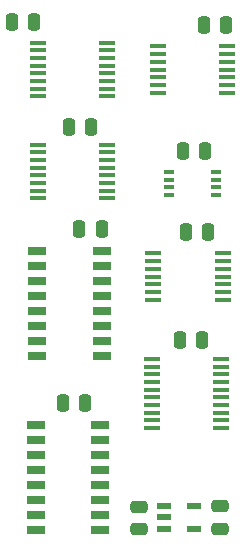
<source format=gtp>
%TF.GenerationSoftware,KiCad,Pcbnew,8.0.7*%
%TF.CreationDate,2025-01-29T17:11:38+02:00*%
%TF.ProjectId,PS2 FIFO,50533220-4649-4464-9f2e-6b696361645f,V1*%
%TF.SameCoordinates,Original*%
%TF.FileFunction,Paste,Top*%
%TF.FilePolarity,Positive*%
%FSLAX46Y46*%
G04 Gerber Fmt 4.6, Leading zero omitted, Abs format (unit mm)*
G04 Created by KiCad (PCBNEW 8.0.7) date 2025-01-29 17:11:38*
%MOMM*%
%LPD*%
G01*
G04 APERTURE LIST*
G04 Aperture macros list*
%AMRoundRect*
0 Rectangle with rounded corners*
0 $1 Rounding radius*
0 $2 $3 $4 $5 $6 $7 $8 $9 X,Y pos of 4 corners*
0 Add a 4 corners polygon primitive as box body*
4,1,4,$2,$3,$4,$5,$6,$7,$8,$9,$2,$3,0*
0 Add four circle primitives for the rounded corners*
1,1,$1+$1,$2,$3*
1,1,$1+$1,$4,$5*
1,1,$1+$1,$6,$7*
1,1,$1+$1,$8,$9*
0 Add four rect primitives between the rounded corners*
20,1,$1+$1,$2,$3,$4,$5,0*
20,1,$1+$1,$4,$5,$6,$7,0*
20,1,$1+$1,$6,$7,$8,$9,0*
20,1,$1+$1,$8,$9,$2,$3,0*%
G04 Aperture macros list end*
%ADD10RoundRect,0.250000X0.475000X-0.250000X0.475000X0.250000X-0.475000X0.250000X-0.475000X-0.250000X0*%
%ADD11RoundRect,0.250000X0.250000X0.475000X-0.250000X0.475000X-0.250000X-0.475000X0.250000X-0.475000X0*%
%ADD12R,1.475000X0.450000*%
%ADD13R,1.550000X0.650000*%
%ADD14R,1.450000X0.450000*%
%ADD15R,0.950000X0.450000*%
%ADD16RoundRect,0.250000X-0.475000X0.250000X-0.475000X-0.250000X0.475000X-0.250000X0.475000X0.250000X0*%
%ADD17R,1.150000X0.600000*%
G04 APERTURE END LIST*
D10*
%TO.C,C1*%
X12827000Y-37515000D03*
X12827000Y-39415000D03*
%TD*%
D11*
%TO.C,C9*%
X7797000Y-13970000D03*
X9697000Y-13970000D03*
%TD*%
%TO.C,C4*%
X16560000Y-7366000D03*
X18460000Y-7366000D03*
%TD*%
D12*
%TO.C,IC4*%
X19956000Y-16084000D03*
X19956000Y-16734000D03*
X19956000Y-17384000D03*
X19956000Y-18034000D03*
X19956000Y-18684000D03*
X19956000Y-19334000D03*
X19956000Y-19984000D03*
X14080000Y-19984000D03*
X14080000Y-19334000D03*
X14080000Y-18684000D03*
X14080000Y-18034000D03*
X14080000Y-17384000D03*
X14080000Y-16734000D03*
X14080000Y-16084000D03*
%TD*%
D13*
%TO.C,IC6*%
X9583000Y-30607000D03*
X9583000Y-31877000D03*
X9583000Y-33147000D03*
X9583000Y-34417000D03*
X9583000Y-35687000D03*
X9583000Y-36957000D03*
X9583000Y-38227000D03*
X9583000Y-39497000D03*
X4133000Y-39497000D03*
X4133000Y-38227000D03*
X4133000Y-36957000D03*
X4133000Y-35687000D03*
X4133000Y-34417000D03*
X4133000Y-33147000D03*
X4133000Y-31877000D03*
X4133000Y-30607000D03*
%TD*%
D11*
%TO.C,C6*%
X6908000Y-5334000D03*
X8808000Y-5334000D03*
%TD*%
D14*
%TO.C,IC9*%
X4310000Y-6869000D03*
X4310000Y-7519000D03*
X4310000Y-8169000D03*
X4310000Y-8819000D03*
X4310000Y-9469000D03*
X4310000Y-10119000D03*
X4310000Y-10769000D03*
X4310000Y-11419000D03*
X10160000Y-11419000D03*
X10160000Y-10769000D03*
X10160000Y-10119000D03*
X10160000Y-9469000D03*
X10160000Y-8819000D03*
X10160000Y-8169000D03*
X10160000Y-7519000D03*
X10160000Y-6869000D03*
%TD*%
D11*
%TO.C,C10*%
X6400000Y-28702000D03*
X8300000Y-28702000D03*
%TD*%
%TO.C,C7*%
X16814000Y-14224000D03*
X18714000Y-14224000D03*
%TD*%
D15*
%TO.C,IC7*%
X19370000Y-9185000D03*
X19370000Y-9835000D03*
X19370000Y-10485000D03*
X19370000Y-11135000D03*
X15420000Y-11135000D03*
X15420000Y-10485000D03*
X15420000Y-9835000D03*
X15420000Y-9185000D03*
%TD*%
D12*
%TO.C,IC3*%
X20333000Y1442000D03*
X20333000Y792000D03*
X20333000Y142000D03*
X20333000Y-508000D03*
X20333000Y-1158000D03*
X20333000Y-1808000D03*
X20333000Y-2458000D03*
X14457000Y-2458000D03*
X14457000Y-1808000D03*
X14457000Y-1158000D03*
X14457000Y-508000D03*
X14457000Y142000D03*
X14457000Y792000D03*
X14457000Y1442000D03*
%TD*%
D11*
%TO.C,C8*%
X16306000Y-23368000D03*
X18206000Y-23368000D03*
%TD*%
D16*
%TO.C,C2*%
X19685000Y-39391000D03*
X19685000Y-37491000D03*
%TD*%
D11*
%TO.C,C5*%
X18338000Y3302000D03*
X20238000Y3302000D03*
%TD*%
D14*
%TO.C,IC5*%
X10160000Y1767000D03*
X10160000Y1117000D03*
X10160000Y467000D03*
X10160000Y-183000D03*
X10160000Y-833000D03*
X10160000Y-1483000D03*
X10160000Y-2133000D03*
X10160000Y-2783000D03*
X4310000Y-2783000D03*
X4310000Y-2133000D03*
X4310000Y-1483000D03*
X4310000Y-833000D03*
X4310000Y-183000D03*
X4310000Y467000D03*
X4310000Y1117000D03*
X4310000Y1767000D03*
%TD*%
D13*
%TO.C,IC2*%
X9710000Y-15875000D03*
X9710000Y-17145000D03*
X9710000Y-18415000D03*
X9710000Y-19685000D03*
X9710000Y-20955000D03*
X9710000Y-22225000D03*
X9710000Y-23495000D03*
X9710000Y-24765000D03*
X4260000Y-24765000D03*
X4260000Y-23495000D03*
X4260000Y-22225000D03*
X4260000Y-20955000D03*
X4260000Y-19685000D03*
X4260000Y-18415000D03*
X4260000Y-17145000D03*
X4260000Y-15875000D03*
%TD*%
D12*
%TO.C,IC8*%
X19825000Y-25015000D03*
X19825000Y-25665000D03*
X19825000Y-26315000D03*
X19825000Y-26965000D03*
X19825000Y-27615000D03*
X19825000Y-28265000D03*
X19825000Y-28915000D03*
X19825000Y-29565000D03*
X19825000Y-30215000D03*
X19825000Y-30865000D03*
X13949000Y-30865000D03*
X13949000Y-30215000D03*
X13949000Y-29565000D03*
X13949000Y-28915000D03*
X13949000Y-28265000D03*
X13949000Y-27615000D03*
X13949000Y-26965000D03*
X13949000Y-26315000D03*
X13949000Y-25665000D03*
X13949000Y-25015000D03*
%TD*%
D11*
%TO.C,C3*%
X2082000Y3556000D03*
X3982000Y3556000D03*
%TD*%
D17*
%TO.C,IC1*%
X17556000Y-37475000D03*
X17556000Y-39375000D03*
X14956000Y-39375000D03*
X14956000Y-38425000D03*
X14956000Y-37475000D03*
%TD*%
M02*

</source>
